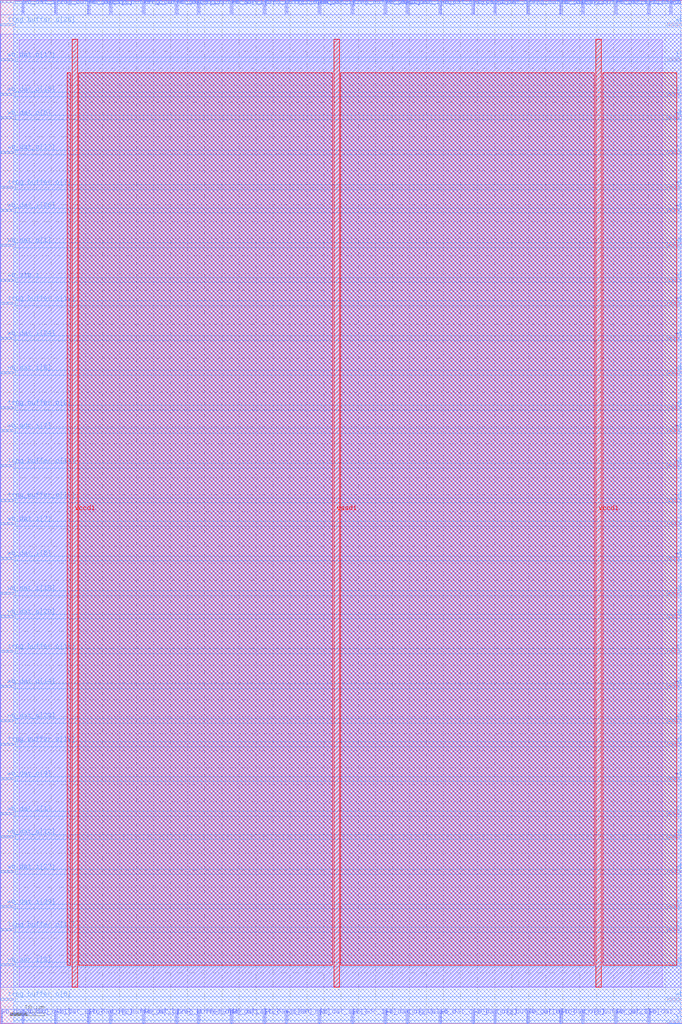
<source format=lef>
VERSION 5.7 ;
  NOWIREEXTENSIONATPIN ON ;
  DIVIDERCHAR "/" ;
  BUSBITCHARS "[]" ;
MACRO trng_wb_wrapper
  CLASS BLOCK ;
  FOREIGN trng_wb_wrapper ;
  ORIGIN 0.000 0.000 ;
  SIZE 200.000 BY 300.000 ;
  PIN rst_i
    DIRECTION INPUT ;
    USE SIGNAL ;
    PORT
      LAYER met3 ;
        RECT 196.000 146.240 200.000 146.840 ;
    END
  END rst_i
  PIN trng_buffer_o[0]
    DIRECTION OUTPUT TRISTATE ;
    USE SIGNAL ;
    PORT
      LAYER met2 ;
        RECT 41.950 296.000 42.230 300.000 ;
    END
  END trng_buffer_o[0]
  PIN trng_buffer_o[10]
    DIRECTION OUTPUT TRISTATE ;
    USE SIGNAL ;
    PORT
      LAYER met3 ;
        RECT 0.000 81.640 4.000 82.240 ;
    END
  END trng_buffer_o[10]
  PIN trng_buffer_o[11]
    DIRECTION OUTPUT TRISTATE ;
    USE SIGNAL ;
    PORT
      LAYER met2 ;
        RECT 103.130 296.000 103.410 300.000 ;
    END
  END trng_buffer_o[11]
  PIN trng_buffer_o[12]
    DIRECTION OUTPUT TRISTATE ;
    USE SIGNAL ;
    PORT
      LAYER met3 ;
        RECT 0.000 210.840 4.000 211.440 ;
    END
  END trng_buffer_o[12]
  PIN trng_buffer_o[13]
    DIRECTION OUTPUT TRISTATE ;
    USE SIGNAL ;
    PORT
      LAYER met3 ;
        RECT 0.000 27.240 4.000 27.840 ;
    END
  END trng_buffer_o[13]
  PIN trng_buffer_o[14]
    DIRECTION OUTPUT TRISTATE ;
    USE SIGNAL ;
    PORT
      LAYER met3 ;
        RECT 0.000 163.240 4.000 163.840 ;
    END
  END trng_buffer_o[14]
  PIN trng_buffer_o[15]
    DIRECTION OUTPUT TRISTATE ;
    USE SIGNAL ;
    PORT
      LAYER met3 ;
        RECT 0.000 108.840 4.000 109.440 ;
    END
  END trng_buffer_o[15]
  PIN trng_buffer_o[16]
    DIRECTION OUTPUT TRISTATE ;
    USE SIGNAL ;
    PORT
      LAYER met2 ;
        RECT 32.290 296.000 32.570 300.000 ;
    END
  END trng_buffer_o[16]
  PIN trng_buffer_o[17]
    DIRECTION OUTPUT TRISTATE ;
    USE SIGNAL ;
    PORT
      LAYER met2 ;
        RECT 58.050 0.000 58.330 4.000 ;
    END
  END trng_buffer_o[17]
  PIN trng_buffer_o[18]
    DIRECTION OUTPUT TRISTATE ;
    USE SIGNAL ;
    PORT
      LAYER met2 ;
        RECT 144.990 0.000 145.270 4.000 ;
    END
  END trng_buffer_o[18]
  PIN trng_buffer_o[19]
    DIRECTION OUTPUT TRISTATE ;
    USE SIGNAL ;
    PORT
      LAYER met2 ;
        RECT 170.750 296.000 171.030 300.000 ;
    END
  END trng_buffer_o[19]
  PIN trng_buffer_o[1]
    DIRECTION OUTPUT TRISTATE ;
    USE SIGNAL ;
    PORT
      LAYER met3 ;
        RECT 196.000 34.040 200.000 34.640 ;
    END
  END trng_buffer_o[1]
  PIN trng_buffer_o[20]
    DIRECTION OUTPUT TRISTATE ;
    USE SIGNAL ;
    PORT
      LAYER met3 ;
        RECT 196.000 272.040 200.000 272.640 ;
    END
  END trng_buffer_o[20]
  PIN trng_buffer_o[21]
    DIRECTION OUTPUT TRISTATE ;
    USE SIGNAL ;
    PORT
      LAYER met2 ;
        RECT 170.750 0.000 171.030 4.000 ;
    END
  END trng_buffer_o[21]
  PIN trng_buffer_o[22]
    DIRECTION OUTPUT TRISTATE ;
    USE SIGNAL ;
    PORT
      LAYER met3 ;
        RECT 196.000 61.240 200.000 61.840 ;
    END
  END trng_buffer_o[22]
  PIN trng_buffer_o[23]
    DIRECTION OUTPUT TRISTATE ;
    USE SIGNAL ;
    PORT
      LAYER met3 ;
        RECT 196.000 255.040 200.000 255.640 ;
    END
  END trng_buffer_o[23]
  PIN trng_buffer_o[24]
    DIRECTION OUTPUT TRISTATE ;
    USE SIGNAL ;
    PORT
      LAYER met2 ;
        RECT 77.370 296.000 77.650 300.000 ;
    END
  END trng_buffer_o[24]
  PIN trng_buffer_o[25]
    DIRECTION OUTPUT TRISTATE ;
    USE SIGNAL ;
    PORT
      LAYER met3 ;
        RECT 0.000 292.440 4.000 293.040 ;
    END
  END trng_buffer_o[25]
  PIN trng_buffer_o[26]
    DIRECTION OUTPUT TRISTATE ;
    USE SIGNAL ;
    PORT
      LAYER met3 ;
        RECT 196.000 282.240 200.000 282.840 ;
    END
  END trng_buffer_o[26]
  PIN trng_buffer_o[27]
    DIRECTION OUTPUT TRISTATE ;
    USE SIGNAL ;
    PORT
      LAYER met2 ;
        RECT 16.190 296.000 16.470 300.000 ;
    END
  END trng_buffer_o[27]
  PIN trng_buffer_o[28]
    DIRECTION OUTPUT TRISTATE ;
    USE SIGNAL ;
    PORT
      LAYER met3 ;
        RECT 0.000 153.040 4.000 153.640 ;
    END
  END trng_buffer_o[28]
  PIN trng_buffer_o[29]
    DIRECTION OUTPUT TRISTATE ;
    USE SIGNAL ;
    PORT
      LAYER met3 ;
        RECT 196.000 27.240 200.000 27.840 ;
    END
  END trng_buffer_o[29]
  PIN trng_buffer_o[2]
    DIRECTION OUTPUT TRISTATE ;
    USE SIGNAL ;
    PORT
      LAYER met2 ;
        RECT 51.610 0.000 51.890 4.000 ;
    END
  END trng_buffer_o[2]
  PIN trng_buffer_o[30]
    DIRECTION OUTPUT TRISTATE ;
    USE SIGNAL ;
    PORT
      LAYER met2 ;
        RECT 83.810 296.000 84.090 300.000 ;
    END
  END trng_buffer_o[30]
  PIN trng_buffer_o[31]
    DIRECTION OUTPUT TRISTATE ;
    USE SIGNAL ;
    PORT
      LAYER met3 ;
        RECT 196.000 0.040 200.000 0.640 ;
    END
  END trng_buffer_o[31]
  PIN trng_buffer_o[3]
    DIRECTION OUTPUT TRISTATE ;
    USE SIGNAL ;
    PORT
      LAYER met2 ;
        RECT 32.290 0.000 32.570 4.000 ;
    END
  END trng_buffer_o[3]
  PIN trng_buffer_o[4]
    DIRECTION OUTPUT TRISTATE ;
    USE SIGNAL ;
    PORT
      LAYER met2 ;
        RECT 58.050 296.000 58.330 300.000 ;
    END
  END trng_buffer_o[4]
  PIN trng_buffer_o[5]
    DIRECTION OUTPUT TRISTATE ;
    USE SIGNAL ;
    PORT
      LAYER met3 ;
        RECT 196.000 108.840 200.000 109.440 ;
    END
  END trng_buffer_o[5]
  PIN trng_buffer_o[6]
    DIRECTION OUTPUT TRISTATE ;
    USE SIGNAL ;
    PORT
      LAYER met3 ;
        RECT 0.000 6.840 4.000 7.440 ;
    END
  END trng_buffer_o[6]
  PIN trng_buffer_o[7]
    DIRECTION OUTPUT TRISTATE ;
    USE SIGNAL ;
    PORT
      LAYER met3 ;
        RECT 0.000 244.840 4.000 245.440 ;
    END
  END trng_buffer_o[7]
  PIN trng_buffer_o[8]
    DIRECTION OUTPUT TRISTATE ;
    USE SIGNAL ;
    PORT
      LAYER met3 ;
        RECT 0.000 180.240 4.000 180.840 ;
    END
  END trng_buffer_o[8]
  PIN trng_buffer_o[9]
    DIRECTION OUTPUT TRISTATE ;
    USE SIGNAL ;
    PORT
      LAYER met2 ;
        RECT 154.650 296.000 154.930 300.000 ;
    END
  END trng_buffer_o[9]
  PIN trng_valid_o
    DIRECTION OUTPUT TRISTATE ;
    USE SIGNAL ;
    PORT
      LAYER met2 ;
        RECT 119.230 0.000 119.510 4.000 ;
    END
  END trng_valid_o
  PIN vccd1
    DIRECTION INPUT ;
    USE POWER ;
    PORT
      LAYER met4 ;
        RECT 21.040 10.640 22.640 288.560 ;
    END
    PORT
      LAYER met4 ;
        RECT 174.640 10.640 176.240 288.560 ;
    END
  END vccd1
  PIN vssd1
    DIRECTION INPUT ;
    USE GROUND ;
    PORT
      LAYER met4 ;
        RECT 97.840 10.640 99.440 288.560 ;
    END
  END vssd1
  PIN wb_ack_o
    DIRECTION OUTPUT TRISTATE ;
    USE SIGNAL ;
    PORT
      LAYER met3 ;
        RECT 196.000 119.040 200.000 119.640 ;
    END
  END wb_ack_o
  PIN wb_adr_i[0]
    DIRECTION INPUT ;
    USE SIGNAL ;
    PORT
      LAYER met3 ;
        RECT 196.000 265.240 200.000 265.840 ;
    END
  END wb_adr_i[0]
  PIN wb_adr_i[1]
    DIRECTION INPUT ;
    USE SIGNAL ;
    PORT
      LAYER met3 ;
        RECT 196.000 238.040 200.000 238.640 ;
    END
  END wb_adr_i[1]
  PIN wb_adr_i[2]
    DIRECTION INPUT ;
    USE SIGNAL ;
    PORT
      LAYER met3 ;
        RECT 196.000 217.640 200.000 218.240 ;
    END
  END wb_adr_i[2]
  PIN wb_adr_i[3]
    DIRECTION INPUT ;
    USE SIGNAL ;
    PORT
      LAYER met3 ;
        RECT 196.000 210.840 200.000 211.440 ;
    END
  END wb_adr_i[3]
  PIN wb_adr_i[4]
    DIRECTION INPUT ;
    USE SIGNAL ;
    PORT
      LAYER met2 ;
        RECT 103.130 0.000 103.410 4.000 ;
    END
  END wb_adr_i[4]
  PIN wb_adr_i[5]
    DIRECTION INPUT ;
    USE SIGNAL ;
    PORT
      LAYER met3 ;
        RECT 0.000 17.040 4.000 17.640 ;
    END
  END wb_adr_i[5]
  PIN wb_adr_i[6]
    DIRECTION INPUT ;
    USE SIGNAL ;
    PORT
      LAYER met3 ;
        RECT 196.000 292.440 200.000 293.040 ;
    END
  END wb_adr_i[6]
  PIN wb_adr_i[7]
    DIRECTION INPUT ;
    USE SIGNAL ;
    PORT
      LAYER met3 ;
        RECT 0.000 173.440 4.000 174.040 ;
    END
  END wb_adr_i[7]
  PIN wb_adr_i[8]
    DIRECTION INPUT ;
    USE SIGNAL ;
    PORT
      LAYER met2 ;
        RECT 67.710 296.000 67.990 300.000 ;
    END
  END wb_adr_i[8]
  PIN wb_clk_i
    DIRECTION INPUT ;
    USE SIGNAL ;
    PORT
      LAYER met3 ;
        RECT 196.000 173.440 200.000 174.040 ;
    END
  END wb_clk_i
  PIN wb_cyc_i
    DIRECTION INPUT ;
    USE SIGNAL ;
    PORT
      LAYER met3 ;
        RECT 196.000 180.240 200.000 180.840 ;
    END
  END wb_cyc_i
  PIN wb_dat_i[0]
    DIRECTION INPUT ;
    USE SIGNAL ;
    PORT
      LAYER met2 ;
        RECT 25.850 296.000 26.130 300.000 ;
    END
  END wb_dat_i[0]
  PIN wb_dat_i[10]
    DIRECTION INPUT ;
    USE SIGNAL ;
    PORT
      LAYER met2 ;
        RECT 93.470 296.000 93.750 300.000 ;
    END
  END wb_dat_i[10]
  PIN wb_dat_i[11]
    DIRECTION INPUT ;
    USE SIGNAL ;
    PORT
      LAYER met2 ;
        RECT 180.410 296.000 180.690 300.000 ;
    END
  END wb_dat_i[11]
  PIN wb_dat_i[12]
    DIRECTION INPUT ;
    USE SIGNAL ;
    PORT
      LAYER met2 ;
        RECT 67.710 0.000 67.990 4.000 ;
    END
  END wb_dat_i[12]
  PIN wb_dat_i[13]
    DIRECTION INPUT ;
    USE SIGNAL ;
    PORT
      LAYER met3 ;
        RECT 196.000 98.640 200.000 99.240 ;
    END
  END wb_dat_i[13]
  PIN wb_dat_i[14]
    DIRECTION INPUT ;
    USE SIGNAL ;
    PORT
      LAYER met3 ;
        RECT 196.000 71.440 200.000 72.040 ;
    END
  END wb_dat_i[14]
  PIN wb_dat_i[15]
    DIRECTION INPUT ;
    USE SIGNAL ;
    PORT
      LAYER met3 ;
        RECT 0.000 125.840 4.000 126.440 ;
    END
  END wb_dat_i[15]
  PIN wb_dat_i[16]
    DIRECTION INPUT ;
    USE SIGNAL ;
    PORT
      LAYER met2 ;
        RECT 16.190 0.000 16.470 4.000 ;
    END
  END wb_dat_i[16]
  PIN wb_dat_i[17]
    DIRECTION INPUT ;
    USE SIGNAL ;
    PORT
      LAYER met3 ;
        RECT 196.000 17.040 200.000 17.640 ;
    END
  END wb_dat_i[17]
  PIN wb_dat_i[18]
    DIRECTION INPUT ;
    USE SIGNAL ;
    PORT
      LAYER met3 ;
        RECT 196.000 88.440 200.000 89.040 ;
    END
  END wb_dat_i[18]
  PIN wb_dat_i[19]
    DIRECTION INPUT ;
    USE SIGNAL ;
    PORT
      LAYER met2 ;
        RECT 196.510 296.000 196.790 300.000 ;
    END
  END wb_dat_i[19]
  PIN wb_dat_i[1]
    DIRECTION INPUT ;
    USE SIGNAL ;
    PORT
      LAYER met3 ;
        RECT 0.000 61.240 4.000 61.840 ;
    END
  END wb_dat_i[1]
  PIN wb_dat_i[20]
    DIRECTION INPUT ;
    USE SIGNAL ;
    PORT
      LAYER met2 ;
        RECT 190.070 0.000 190.350 4.000 ;
    END
  END wb_dat_i[20]
  PIN wb_dat_i[21]
    DIRECTION INPUT ;
    USE SIGNAL ;
    PORT
      LAYER met2 ;
        RECT 93.470 0.000 93.750 4.000 ;
    END
  END wb_dat_i[21]
  PIN wb_dat_i[22]
    DIRECTION INPUT ;
    USE SIGNAL ;
    PORT
      LAYER met3 ;
        RECT 196.000 125.840 200.000 126.440 ;
    END
  END wb_dat_i[22]
  PIN wb_dat_i[23]
    DIRECTION INPUT ;
    USE SIGNAL ;
    PORT
      LAYER met2 ;
        RECT 6.530 296.000 6.810 300.000 ;
    END
  END wb_dat_i[23]
  PIN wb_dat_i[24]
    DIRECTION INPUT ;
    USE SIGNAL ;
    PORT
      LAYER met3 ;
        RECT 0.000 200.640 4.000 201.240 ;
    END
  END wb_dat_i[24]
  PIN wb_dat_i[25]
    DIRECTION INPUT ;
    USE SIGNAL ;
    PORT
      LAYER met3 ;
        RECT 196.000 54.440 200.000 55.040 ;
    END
  END wb_dat_i[25]
  PIN wb_dat_i[26]
    DIRECTION INPUT ;
    USE SIGNAL ;
    PORT
      LAYER met3 ;
        RECT 0.000 238.040 4.000 238.640 ;
    END
  END wb_dat_i[26]
  PIN wb_dat_i[27]
    DIRECTION INPUT ;
    USE SIGNAL ;
    PORT
      LAYER met3 ;
        RECT 0.000 44.240 4.000 44.840 ;
    END
  END wb_dat_i[27]
  PIN wb_dat_i[28]
    DIRECTION INPUT ;
    USE SIGNAL ;
    PORT
      LAYER met2 ;
        RECT 119.230 296.000 119.510 300.000 ;
    END
  END wb_dat_i[28]
  PIN wb_dat_i[29]
    DIRECTION INPUT ;
    USE SIGNAL ;
    PORT
      LAYER met3 ;
        RECT 0.000 34.040 4.000 34.640 ;
    END
  END wb_dat_i[29]
  PIN wb_dat_i[2]
    DIRECTION INPUT ;
    USE SIGNAL ;
    PORT
      LAYER met2 ;
        RECT 25.850 0.000 26.130 4.000 ;
    END
  END wb_dat_i[2]
  PIN wb_dat_i[30]
    DIRECTION INPUT ;
    USE SIGNAL ;
    PORT
      LAYER met2 ;
        RECT 77.370 0.000 77.650 4.000 ;
    END
  END wb_dat_i[30]
  PIN wb_dat_i[31]
    DIRECTION INPUT ;
    USE SIGNAL ;
    PORT
      LAYER met3 ;
        RECT 196.000 44.240 200.000 44.840 ;
    END
  END wb_dat_i[31]
  PIN wb_dat_i[3]
    DIRECTION INPUT ;
    USE SIGNAL ;
    PORT
      LAYER met3 ;
        RECT 196.000 190.440 200.000 191.040 ;
    END
  END wb_dat_i[3]
  PIN wb_dat_i[4]
    DIRECTION INPUT ;
    USE SIGNAL ;
    PORT
      LAYER met3 ;
        RECT 196.000 136.040 200.000 136.640 ;
    END
  END wb_dat_i[4]
  PIN wb_dat_i[5]
    DIRECTION INPUT ;
    USE SIGNAL ;
    PORT
      LAYER met2 ;
        RECT 180.410 0.000 180.690 4.000 ;
    END
  END wb_dat_i[5]
  PIN wb_dat_i[6]
    DIRECTION INPUT ;
    USE SIGNAL ;
    PORT
      LAYER met3 ;
        RECT 0.000 190.440 4.000 191.040 ;
    END
  END wb_dat_i[6]
  PIN wb_dat_i[7]
    DIRECTION INPUT ;
    USE SIGNAL ;
    PORT
      LAYER met3 ;
        RECT 0.000 146.240 4.000 146.840 ;
    END
  END wb_dat_i[7]
  PIN wb_dat_i[8]
    DIRECTION INPUT ;
    USE SIGNAL ;
    PORT
      LAYER met3 ;
        RECT 0.000 136.040 4.000 136.640 ;
    END
  END wb_dat_i[8]
  PIN wb_dat_i[9]
    DIRECTION INPUT ;
    USE SIGNAL ;
    PORT
      LAYER met3 ;
        RECT 196.000 153.040 200.000 153.640 ;
    END
  END wb_dat_i[9]
  PIN wb_dat_o[0]
    DIRECTION OUTPUT TRISTATE ;
    USE SIGNAL ;
    PORT
      LAYER met3 ;
        RECT 196.000 227.840 200.000 228.440 ;
    END
  END wb_dat_o[0]
  PIN wb_dat_o[10]
    DIRECTION OUTPUT TRISTATE ;
    USE SIGNAL ;
    PORT
      LAYER met3 ;
        RECT 196.000 6.840 200.000 7.440 ;
    END
  END wb_dat_o[10]
  PIN wb_dat_o[11]
    DIRECTION OUTPUT TRISTATE ;
    USE SIGNAL ;
    PORT
      LAYER met3 ;
        RECT 196.000 244.840 200.000 245.440 ;
    END
  END wb_dat_o[11]
  PIN wb_dat_o[12]
    DIRECTION OUTPUT TRISTATE ;
    USE SIGNAL ;
    PORT
      LAYER met3 ;
        RECT 0.000 54.440 4.000 55.040 ;
    END
  END wb_dat_o[12]
  PIN wb_dat_o[13]
    DIRECTION OUTPUT TRISTATE ;
    USE SIGNAL ;
    PORT
      LAYER met3 ;
        RECT 0.000 272.040 4.000 272.640 ;
    END
  END wb_dat_o[13]
  PIN wb_dat_o[14]
    DIRECTION OUTPUT TRISTATE ;
    USE SIGNAL ;
    PORT
      LAYER met3 ;
        RECT 0.000 98.640 4.000 99.240 ;
    END
  END wb_dat_o[14]
  PIN wb_dat_o[15]
    DIRECTION OUTPUT TRISTATE ;
    USE SIGNAL ;
    PORT
      LAYER met2 ;
        RECT 0.090 0.000 0.370 4.000 ;
    END
  END wb_dat_o[15]
  PIN wb_dat_o[16]
    DIRECTION OUTPUT TRISTATE ;
    USE SIGNAL ;
    PORT
      LAYER met2 ;
        RECT 154.650 0.000 154.930 4.000 ;
    END
  END wb_dat_o[16]
  PIN wb_dat_o[17]
    DIRECTION OUTPUT TRISTATE ;
    USE SIGNAL ;
    PORT
      LAYER met3 ;
        RECT 0.000 282.240 4.000 282.840 ;
    END
  END wb_dat_o[17]
  PIN wb_dat_o[18]
    DIRECTION OUTPUT TRISTATE ;
    USE SIGNAL ;
    PORT
      LAYER met2 ;
        RECT 51.610 296.000 51.890 300.000 ;
    END
  END wb_dat_o[18]
  PIN wb_dat_o[19]
    DIRECTION OUTPUT TRISTATE ;
    USE SIGNAL ;
    PORT
      LAYER met2 ;
        RECT 128.890 296.000 129.170 300.000 ;
    END
  END wb_dat_o[19]
  PIN wb_dat_o[1]
    DIRECTION OUTPUT TRISTATE ;
    USE SIGNAL ;
    PORT
      LAYER met3 ;
        RECT 0.000 227.840 4.000 228.440 ;
    END
  END wb_dat_o[1]
  PIN wb_dat_o[20]
    DIRECTION OUTPUT TRISTATE ;
    USE SIGNAL ;
    PORT
      LAYER met3 ;
        RECT 0.000 119.040 4.000 119.640 ;
    END
  END wb_dat_o[20]
  PIN wb_dat_o[21]
    DIRECTION OUTPUT TRISTATE ;
    USE SIGNAL ;
    PORT
      LAYER met2 ;
        RECT 6.530 0.000 6.810 4.000 ;
    END
  END wb_dat_o[21]
  PIN wb_dat_o[22]
    DIRECTION OUTPUT TRISTATE ;
    USE SIGNAL ;
    PORT
      LAYER met2 ;
        RECT 164.310 296.000 164.590 300.000 ;
    END
  END wb_dat_o[22]
  PIN wb_dat_o[23]
    DIRECTION OUTPUT TRISTATE ;
    USE SIGNAL ;
    PORT
      LAYER met2 ;
        RECT 112.790 296.000 113.070 300.000 ;
    END
  END wb_dat_o[23]
  PIN wb_dat_o[24]
    DIRECTION OUTPUT TRISTATE ;
    USE SIGNAL ;
    PORT
      LAYER met2 ;
        RECT 112.790 0.000 113.070 4.000 ;
    END
  END wb_dat_o[24]
  PIN wb_dat_o[25]
    DIRECTION OUTPUT TRISTATE ;
    USE SIGNAL ;
    PORT
      LAYER met2 ;
        RECT 190.070 296.000 190.350 300.000 ;
    END
  END wb_dat_o[25]
  PIN wb_dat_o[26]
    DIRECTION OUTPUT TRISTATE ;
    USE SIGNAL ;
    PORT
      LAYER met3 ;
        RECT 196.000 81.640 200.000 82.240 ;
    END
  END wb_dat_o[26]
  PIN wb_dat_o[27]
    DIRECTION OUTPUT TRISTATE ;
    USE SIGNAL ;
    PORT
      LAYER met3 ;
        RECT 0.000 255.040 4.000 255.640 ;
    END
  END wb_dat_o[27]
  PIN wb_dat_o[28]
    DIRECTION OUTPUT TRISTATE ;
    USE SIGNAL ;
    PORT
      LAYER met3 ;
        RECT 0.000 88.440 4.000 89.040 ;
    END
  END wb_dat_o[28]
  PIN wb_dat_o[29]
    DIRECTION OUTPUT TRISTATE ;
    USE SIGNAL ;
    PORT
      LAYER met2 ;
        RECT 41.950 0.000 42.230 4.000 ;
    END
  END wb_dat_o[29]
  PIN wb_dat_o[2]
    DIRECTION OUTPUT TRISTATE ;
    USE SIGNAL ;
    PORT
      LAYER met2 ;
        RECT 83.810 0.000 84.090 4.000 ;
    END
  END wb_dat_o[2]
  PIN wb_dat_o[30]
    DIRECTION OUTPUT TRISTATE ;
    USE SIGNAL ;
    PORT
      LAYER met2 ;
        RECT 128.890 0.000 129.170 4.000 ;
    END
  END wb_dat_o[30]
  PIN wb_dat_o[31]
    DIRECTION OUTPUT TRISTATE ;
    USE SIGNAL ;
    PORT
      LAYER met3 ;
        RECT 196.000 200.640 200.000 201.240 ;
    END
  END wb_dat_o[31]
  PIN wb_dat_o[3]
    DIRECTION OUTPUT TRISTATE ;
    USE SIGNAL ;
    PORT
      LAYER met2 ;
        RECT 138.550 0.000 138.830 4.000 ;
    END
  END wb_dat_o[3]
  PIN wb_dat_o[4]
    DIRECTION OUTPUT TRISTATE ;
    USE SIGNAL ;
    PORT
      LAYER met2 ;
        RECT 144.990 296.000 145.270 300.000 ;
    END
  END wb_dat_o[4]
  PIN wb_dat_o[5]
    DIRECTION OUTPUT TRISTATE ;
    USE SIGNAL ;
    PORT
      LAYER met2 ;
        RECT 138.550 296.000 138.830 300.000 ;
    END
  END wb_dat_o[5]
  PIN wb_dat_o[6]
    DIRECTION OUTPUT TRISTATE ;
    USE SIGNAL ;
    PORT
      LAYER met3 ;
        RECT 0.000 265.240 4.000 265.840 ;
    END
  END wb_dat_o[6]
  PIN wb_dat_o[7]
    DIRECTION OUTPUT TRISTATE ;
    USE SIGNAL ;
    PORT
      LAYER met3 ;
        RECT 0.000 299.240 4.000 299.840 ;
    END
  END wb_dat_o[7]
  PIN wb_dat_o[8]
    DIRECTION OUTPUT TRISTATE ;
    USE SIGNAL ;
    PORT
      LAYER met2 ;
        RECT 164.310 0.000 164.590 4.000 ;
    END
  END wb_dat_o[8]
  PIN wb_dat_o[9]
    DIRECTION OUTPUT TRISTATE ;
    USE SIGNAL ;
    PORT
      LAYER met3 ;
        RECT 0.000 71.440 4.000 72.040 ;
    END
  END wb_dat_o[9]
  PIN wb_stb_i
    DIRECTION INPUT ;
    USE SIGNAL ;
    PORT
      LAYER met3 ;
        RECT 0.000 217.640 4.000 218.240 ;
    END
  END wb_stb_i
  PIN wb_we_i
    DIRECTION INPUT ;
    USE SIGNAL ;
    PORT
      LAYER met3 ;
        RECT 196.000 163.240 200.000 163.840 ;
    END
  END wb_we_i
  OBS
      LAYER li1 ;
        RECT 5.520 10.795 194.120 288.405 ;
      LAYER met1 ;
        RECT 0.070 10.640 199.940 289.980 ;
      LAYER met2 ;
        RECT 0.100 295.720 6.250 299.725 ;
        RECT 7.090 295.720 15.910 299.725 ;
        RECT 16.750 295.720 25.570 299.725 ;
        RECT 26.410 295.720 32.010 299.725 ;
        RECT 32.850 295.720 41.670 299.725 ;
        RECT 42.510 295.720 51.330 299.725 ;
        RECT 52.170 295.720 57.770 299.725 ;
        RECT 58.610 295.720 67.430 299.725 ;
        RECT 68.270 295.720 77.090 299.725 ;
        RECT 77.930 295.720 83.530 299.725 ;
        RECT 84.370 295.720 93.190 299.725 ;
        RECT 94.030 295.720 102.850 299.725 ;
        RECT 103.690 295.720 112.510 299.725 ;
        RECT 113.350 295.720 118.950 299.725 ;
        RECT 119.790 295.720 128.610 299.725 ;
        RECT 129.450 295.720 138.270 299.725 ;
        RECT 139.110 295.720 144.710 299.725 ;
        RECT 145.550 295.720 154.370 299.725 ;
        RECT 155.210 295.720 164.030 299.725 ;
        RECT 164.870 295.720 170.470 299.725 ;
        RECT 171.310 295.720 180.130 299.725 ;
        RECT 180.970 295.720 189.790 299.725 ;
        RECT 190.630 295.720 196.230 299.725 ;
        RECT 197.070 295.720 199.940 299.725 ;
        RECT 0.100 4.280 199.940 295.720 ;
        RECT 0.650 0.155 6.250 4.280 ;
        RECT 7.090 0.155 15.910 4.280 ;
        RECT 16.750 0.155 25.570 4.280 ;
        RECT 26.410 0.155 32.010 4.280 ;
        RECT 32.850 0.155 41.670 4.280 ;
        RECT 42.510 0.155 51.330 4.280 ;
        RECT 52.170 0.155 57.770 4.280 ;
        RECT 58.610 0.155 67.430 4.280 ;
        RECT 68.270 0.155 77.090 4.280 ;
        RECT 77.930 0.155 83.530 4.280 ;
        RECT 84.370 0.155 93.190 4.280 ;
        RECT 94.030 0.155 102.850 4.280 ;
        RECT 103.690 0.155 112.510 4.280 ;
        RECT 113.350 0.155 118.950 4.280 ;
        RECT 119.790 0.155 128.610 4.280 ;
        RECT 129.450 0.155 138.270 4.280 ;
        RECT 139.110 0.155 144.710 4.280 ;
        RECT 145.550 0.155 154.370 4.280 ;
        RECT 155.210 0.155 164.030 4.280 ;
        RECT 164.870 0.155 170.470 4.280 ;
        RECT 171.310 0.155 180.130 4.280 ;
        RECT 180.970 0.155 189.790 4.280 ;
        RECT 190.630 0.155 199.940 4.280 ;
      LAYER met3 ;
        RECT 4.400 298.840 199.575 299.705 ;
        RECT 4.000 293.440 199.575 298.840 ;
        RECT 4.400 292.040 195.600 293.440 ;
        RECT 4.000 283.240 199.575 292.040 ;
        RECT 4.400 281.840 195.600 283.240 ;
        RECT 4.000 273.040 199.575 281.840 ;
        RECT 4.400 271.640 195.600 273.040 ;
        RECT 4.000 266.240 199.575 271.640 ;
        RECT 4.400 264.840 195.600 266.240 ;
        RECT 4.000 256.040 199.575 264.840 ;
        RECT 4.400 254.640 195.600 256.040 ;
        RECT 4.000 245.840 199.575 254.640 ;
        RECT 4.400 244.440 195.600 245.840 ;
        RECT 4.000 239.040 199.575 244.440 ;
        RECT 4.400 237.640 195.600 239.040 ;
        RECT 4.000 228.840 199.575 237.640 ;
        RECT 4.400 227.440 195.600 228.840 ;
        RECT 4.000 218.640 199.575 227.440 ;
        RECT 4.400 217.240 195.600 218.640 ;
        RECT 4.000 211.840 199.575 217.240 ;
        RECT 4.400 210.440 195.600 211.840 ;
        RECT 4.000 201.640 199.575 210.440 ;
        RECT 4.400 200.240 195.600 201.640 ;
        RECT 4.000 191.440 199.575 200.240 ;
        RECT 4.400 190.040 195.600 191.440 ;
        RECT 4.000 181.240 199.575 190.040 ;
        RECT 4.400 179.840 195.600 181.240 ;
        RECT 4.000 174.440 199.575 179.840 ;
        RECT 4.400 173.040 195.600 174.440 ;
        RECT 4.000 164.240 199.575 173.040 ;
        RECT 4.400 162.840 195.600 164.240 ;
        RECT 4.000 154.040 199.575 162.840 ;
        RECT 4.400 152.640 195.600 154.040 ;
        RECT 4.000 147.240 199.575 152.640 ;
        RECT 4.400 145.840 195.600 147.240 ;
        RECT 4.000 137.040 199.575 145.840 ;
        RECT 4.400 135.640 195.600 137.040 ;
        RECT 4.000 126.840 199.575 135.640 ;
        RECT 4.400 125.440 195.600 126.840 ;
        RECT 4.000 120.040 199.575 125.440 ;
        RECT 4.400 118.640 195.600 120.040 ;
        RECT 4.000 109.840 199.575 118.640 ;
        RECT 4.400 108.440 195.600 109.840 ;
        RECT 4.000 99.640 199.575 108.440 ;
        RECT 4.400 98.240 195.600 99.640 ;
        RECT 4.000 89.440 199.575 98.240 ;
        RECT 4.400 88.040 195.600 89.440 ;
        RECT 4.000 82.640 199.575 88.040 ;
        RECT 4.400 81.240 195.600 82.640 ;
        RECT 4.000 72.440 199.575 81.240 ;
        RECT 4.400 71.040 195.600 72.440 ;
        RECT 4.000 62.240 199.575 71.040 ;
        RECT 4.400 60.840 195.600 62.240 ;
        RECT 4.000 55.440 199.575 60.840 ;
        RECT 4.400 54.040 195.600 55.440 ;
        RECT 4.000 45.240 199.575 54.040 ;
        RECT 4.400 43.840 195.600 45.240 ;
        RECT 4.000 35.040 199.575 43.840 ;
        RECT 4.400 33.640 195.600 35.040 ;
        RECT 4.000 28.240 199.575 33.640 ;
        RECT 4.400 26.840 195.600 28.240 ;
        RECT 4.000 18.040 199.575 26.840 ;
        RECT 4.400 16.640 195.600 18.040 ;
        RECT 4.000 7.840 199.575 16.640 ;
        RECT 4.400 6.440 195.600 7.840 ;
        RECT 4.000 1.040 199.575 6.440 ;
        RECT 4.000 0.175 195.600 1.040 ;
      LAYER met4 ;
        RECT 19.615 17.175 20.640 278.625 ;
        RECT 23.040 17.175 97.440 278.625 ;
        RECT 99.840 17.175 174.240 278.625 ;
        RECT 176.640 17.175 198.425 278.625 ;
  END
END trng_wb_wrapper
END LIBRARY


</source>
